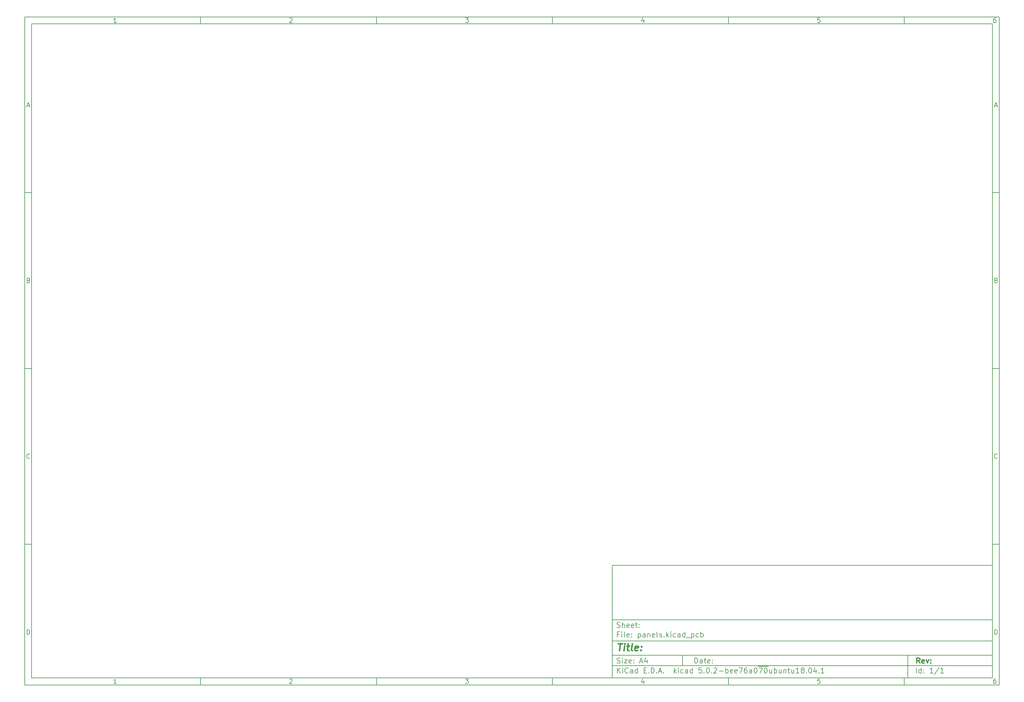
<source format=gbs>
G04 #@! TF.GenerationSoftware,KiCad,Pcbnew,5.0.2-bee76a0~70~ubuntu18.04.1*
G04 #@! TF.CreationDate,2019-02-25T13:42:38+02:00*
G04 #@! TF.ProjectId,panels,70616e65-6c73-42e6-9b69-6361645f7063,rev?*
G04 #@! TF.SameCoordinates,Original*
G04 #@! TF.FileFunction,Soldermask,Bot*
G04 #@! TF.FilePolarity,Negative*
%FSLAX46Y46*%
G04 Gerber Fmt 4.6, Leading zero omitted, Abs format (unit mm)*
G04 Created by KiCad (PCBNEW 5.0.2-bee76a0~70~ubuntu18.04.1) date Mon Feb 25 13:42:38 2019*
%MOMM*%
%LPD*%
G01*
G04 APERTURE LIST*
%ADD10C,0.100000*%
%ADD11C,0.150000*%
%ADD12C,0.300000*%
%ADD13C,0.400000*%
G04 APERTURE END LIST*
D10*
D11*
X177002200Y-166007200D02*
X177002200Y-198007200D01*
X285002200Y-198007200D01*
X285002200Y-166007200D01*
X177002200Y-166007200D01*
D10*
D11*
X10000000Y-10000000D02*
X10000000Y-200007200D01*
X287002200Y-200007200D01*
X287002200Y-10000000D01*
X10000000Y-10000000D01*
D10*
D11*
X12000000Y-12000000D02*
X12000000Y-198007200D01*
X285002200Y-198007200D01*
X285002200Y-12000000D01*
X12000000Y-12000000D01*
D10*
D11*
X60000000Y-12000000D02*
X60000000Y-10000000D01*
D10*
D11*
X110000000Y-12000000D02*
X110000000Y-10000000D01*
D10*
D11*
X160000000Y-12000000D02*
X160000000Y-10000000D01*
D10*
D11*
X210000000Y-12000000D02*
X210000000Y-10000000D01*
D10*
D11*
X260000000Y-12000000D02*
X260000000Y-10000000D01*
D10*
D11*
X36065476Y-11588095D02*
X35322619Y-11588095D01*
X35694047Y-11588095D02*
X35694047Y-10288095D01*
X35570238Y-10473809D01*
X35446428Y-10597619D01*
X35322619Y-10659523D01*
D10*
D11*
X85322619Y-10411904D02*
X85384523Y-10350000D01*
X85508333Y-10288095D01*
X85817857Y-10288095D01*
X85941666Y-10350000D01*
X86003571Y-10411904D01*
X86065476Y-10535714D01*
X86065476Y-10659523D01*
X86003571Y-10845238D01*
X85260714Y-11588095D01*
X86065476Y-11588095D01*
D10*
D11*
X135260714Y-10288095D02*
X136065476Y-10288095D01*
X135632142Y-10783333D01*
X135817857Y-10783333D01*
X135941666Y-10845238D01*
X136003571Y-10907142D01*
X136065476Y-11030952D01*
X136065476Y-11340476D01*
X136003571Y-11464285D01*
X135941666Y-11526190D01*
X135817857Y-11588095D01*
X135446428Y-11588095D01*
X135322619Y-11526190D01*
X135260714Y-11464285D01*
D10*
D11*
X185941666Y-10721428D02*
X185941666Y-11588095D01*
X185632142Y-10226190D02*
X185322619Y-11154761D01*
X186127380Y-11154761D01*
D10*
D11*
X236003571Y-10288095D02*
X235384523Y-10288095D01*
X235322619Y-10907142D01*
X235384523Y-10845238D01*
X235508333Y-10783333D01*
X235817857Y-10783333D01*
X235941666Y-10845238D01*
X236003571Y-10907142D01*
X236065476Y-11030952D01*
X236065476Y-11340476D01*
X236003571Y-11464285D01*
X235941666Y-11526190D01*
X235817857Y-11588095D01*
X235508333Y-11588095D01*
X235384523Y-11526190D01*
X235322619Y-11464285D01*
D10*
D11*
X285941666Y-10288095D02*
X285694047Y-10288095D01*
X285570238Y-10350000D01*
X285508333Y-10411904D01*
X285384523Y-10597619D01*
X285322619Y-10845238D01*
X285322619Y-11340476D01*
X285384523Y-11464285D01*
X285446428Y-11526190D01*
X285570238Y-11588095D01*
X285817857Y-11588095D01*
X285941666Y-11526190D01*
X286003571Y-11464285D01*
X286065476Y-11340476D01*
X286065476Y-11030952D01*
X286003571Y-10907142D01*
X285941666Y-10845238D01*
X285817857Y-10783333D01*
X285570238Y-10783333D01*
X285446428Y-10845238D01*
X285384523Y-10907142D01*
X285322619Y-11030952D01*
D10*
D11*
X60000000Y-198007200D02*
X60000000Y-200007200D01*
D10*
D11*
X110000000Y-198007200D02*
X110000000Y-200007200D01*
D10*
D11*
X160000000Y-198007200D02*
X160000000Y-200007200D01*
D10*
D11*
X210000000Y-198007200D02*
X210000000Y-200007200D01*
D10*
D11*
X260000000Y-198007200D02*
X260000000Y-200007200D01*
D10*
D11*
X36065476Y-199595295D02*
X35322619Y-199595295D01*
X35694047Y-199595295D02*
X35694047Y-198295295D01*
X35570238Y-198481009D01*
X35446428Y-198604819D01*
X35322619Y-198666723D01*
D10*
D11*
X85322619Y-198419104D02*
X85384523Y-198357200D01*
X85508333Y-198295295D01*
X85817857Y-198295295D01*
X85941666Y-198357200D01*
X86003571Y-198419104D01*
X86065476Y-198542914D01*
X86065476Y-198666723D01*
X86003571Y-198852438D01*
X85260714Y-199595295D01*
X86065476Y-199595295D01*
D10*
D11*
X135260714Y-198295295D02*
X136065476Y-198295295D01*
X135632142Y-198790533D01*
X135817857Y-198790533D01*
X135941666Y-198852438D01*
X136003571Y-198914342D01*
X136065476Y-199038152D01*
X136065476Y-199347676D01*
X136003571Y-199471485D01*
X135941666Y-199533390D01*
X135817857Y-199595295D01*
X135446428Y-199595295D01*
X135322619Y-199533390D01*
X135260714Y-199471485D01*
D10*
D11*
X185941666Y-198728628D02*
X185941666Y-199595295D01*
X185632142Y-198233390D02*
X185322619Y-199161961D01*
X186127380Y-199161961D01*
D10*
D11*
X236003571Y-198295295D02*
X235384523Y-198295295D01*
X235322619Y-198914342D01*
X235384523Y-198852438D01*
X235508333Y-198790533D01*
X235817857Y-198790533D01*
X235941666Y-198852438D01*
X236003571Y-198914342D01*
X236065476Y-199038152D01*
X236065476Y-199347676D01*
X236003571Y-199471485D01*
X235941666Y-199533390D01*
X235817857Y-199595295D01*
X235508333Y-199595295D01*
X235384523Y-199533390D01*
X235322619Y-199471485D01*
D10*
D11*
X285941666Y-198295295D02*
X285694047Y-198295295D01*
X285570238Y-198357200D01*
X285508333Y-198419104D01*
X285384523Y-198604819D01*
X285322619Y-198852438D01*
X285322619Y-199347676D01*
X285384523Y-199471485D01*
X285446428Y-199533390D01*
X285570238Y-199595295D01*
X285817857Y-199595295D01*
X285941666Y-199533390D01*
X286003571Y-199471485D01*
X286065476Y-199347676D01*
X286065476Y-199038152D01*
X286003571Y-198914342D01*
X285941666Y-198852438D01*
X285817857Y-198790533D01*
X285570238Y-198790533D01*
X285446428Y-198852438D01*
X285384523Y-198914342D01*
X285322619Y-199038152D01*
D10*
D11*
X10000000Y-60000000D02*
X12000000Y-60000000D01*
D10*
D11*
X10000000Y-110000000D02*
X12000000Y-110000000D01*
D10*
D11*
X10000000Y-160000000D02*
X12000000Y-160000000D01*
D10*
D11*
X10690476Y-35216666D02*
X11309523Y-35216666D01*
X10566666Y-35588095D02*
X11000000Y-34288095D01*
X11433333Y-35588095D01*
D10*
D11*
X11092857Y-84907142D02*
X11278571Y-84969047D01*
X11340476Y-85030952D01*
X11402380Y-85154761D01*
X11402380Y-85340476D01*
X11340476Y-85464285D01*
X11278571Y-85526190D01*
X11154761Y-85588095D01*
X10659523Y-85588095D01*
X10659523Y-84288095D01*
X11092857Y-84288095D01*
X11216666Y-84350000D01*
X11278571Y-84411904D01*
X11340476Y-84535714D01*
X11340476Y-84659523D01*
X11278571Y-84783333D01*
X11216666Y-84845238D01*
X11092857Y-84907142D01*
X10659523Y-84907142D01*
D10*
D11*
X11402380Y-135464285D02*
X11340476Y-135526190D01*
X11154761Y-135588095D01*
X11030952Y-135588095D01*
X10845238Y-135526190D01*
X10721428Y-135402380D01*
X10659523Y-135278571D01*
X10597619Y-135030952D01*
X10597619Y-134845238D01*
X10659523Y-134597619D01*
X10721428Y-134473809D01*
X10845238Y-134350000D01*
X11030952Y-134288095D01*
X11154761Y-134288095D01*
X11340476Y-134350000D01*
X11402380Y-134411904D01*
D10*
D11*
X10659523Y-185588095D02*
X10659523Y-184288095D01*
X10969047Y-184288095D01*
X11154761Y-184350000D01*
X11278571Y-184473809D01*
X11340476Y-184597619D01*
X11402380Y-184845238D01*
X11402380Y-185030952D01*
X11340476Y-185278571D01*
X11278571Y-185402380D01*
X11154761Y-185526190D01*
X10969047Y-185588095D01*
X10659523Y-185588095D01*
D10*
D11*
X287002200Y-60000000D02*
X285002200Y-60000000D01*
D10*
D11*
X287002200Y-110000000D02*
X285002200Y-110000000D01*
D10*
D11*
X287002200Y-160000000D02*
X285002200Y-160000000D01*
D10*
D11*
X285692676Y-35216666D02*
X286311723Y-35216666D01*
X285568866Y-35588095D02*
X286002200Y-34288095D01*
X286435533Y-35588095D01*
D10*
D11*
X286095057Y-84907142D02*
X286280771Y-84969047D01*
X286342676Y-85030952D01*
X286404580Y-85154761D01*
X286404580Y-85340476D01*
X286342676Y-85464285D01*
X286280771Y-85526190D01*
X286156961Y-85588095D01*
X285661723Y-85588095D01*
X285661723Y-84288095D01*
X286095057Y-84288095D01*
X286218866Y-84350000D01*
X286280771Y-84411904D01*
X286342676Y-84535714D01*
X286342676Y-84659523D01*
X286280771Y-84783333D01*
X286218866Y-84845238D01*
X286095057Y-84907142D01*
X285661723Y-84907142D01*
D10*
D11*
X286404580Y-135464285D02*
X286342676Y-135526190D01*
X286156961Y-135588095D01*
X286033152Y-135588095D01*
X285847438Y-135526190D01*
X285723628Y-135402380D01*
X285661723Y-135278571D01*
X285599819Y-135030952D01*
X285599819Y-134845238D01*
X285661723Y-134597619D01*
X285723628Y-134473809D01*
X285847438Y-134350000D01*
X286033152Y-134288095D01*
X286156961Y-134288095D01*
X286342676Y-134350000D01*
X286404580Y-134411904D01*
D10*
D11*
X285661723Y-185588095D02*
X285661723Y-184288095D01*
X285971247Y-184288095D01*
X286156961Y-184350000D01*
X286280771Y-184473809D01*
X286342676Y-184597619D01*
X286404580Y-184845238D01*
X286404580Y-185030952D01*
X286342676Y-185278571D01*
X286280771Y-185402380D01*
X286156961Y-185526190D01*
X285971247Y-185588095D01*
X285661723Y-185588095D01*
D10*
D11*
X200434342Y-193785771D02*
X200434342Y-192285771D01*
X200791485Y-192285771D01*
X201005771Y-192357200D01*
X201148628Y-192500057D01*
X201220057Y-192642914D01*
X201291485Y-192928628D01*
X201291485Y-193142914D01*
X201220057Y-193428628D01*
X201148628Y-193571485D01*
X201005771Y-193714342D01*
X200791485Y-193785771D01*
X200434342Y-193785771D01*
X202577200Y-193785771D02*
X202577200Y-193000057D01*
X202505771Y-192857200D01*
X202362914Y-192785771D01*
X202077200Y-192785771D01*
X201934342Y-192857200D01*
X202577200Y-193714342D02*
X202434342Y-193785771D01*
X202077200Y-193785771D01*
X201934342Y-193714342D01*
X201862914Y-193571485D01*
X201862914Y-193428628D01*
X201934342Y-193285771D01*
X202077200Y-193214342D01*
X202434342Y-193214342D01*
X202577200Y-193142914D01*
X203077200Y-192785771D02*
X203648628Y-192785771D01*
X203291485Y-192285771D02*
X203291485Y-193571485D01*
X203362914Y-193714342D01*
X203505771Y-193785771D01*
X203648628Y-193785771D01*
X204720057Y-193714342D02*
X204577200Y-193785771D01*
X204291485Y-193785771D01*
X204148628Y-193714342D01*
X204077200Y-193571485D01*
X204077200Y-193000057D01*
X204148628Y-192857200D01*
X204291485Y-192785771D01*
X204577200Y-192785771D01*
X204720057Y-192857200D01*
X204791485Y-193000057D01*
X204791485Y-193142914D01*
X204077200Y-193285771D01*
X205434342Y-193642914D02*
X205505771Y-193714342D01*
X205434342Y-193785771D01*
X205362914Y-193714342D01*
X205434342Y-193642914D01*
X205434342Y-193785771D01*
X205434342Y-192857200D02*
X205505771Y-192928628D01*
X205434342Y-193000057D01*
X205362914Y-192928628D01*
X205434342Y-192857200D01*
X205434342Y-193000057D01*
D10*
D11*
X177002200Y-194507200D02*
X285002200Y-194507200D01*
D10*
D11*
X178434342Y-196585771D02*
X178434342Y-195085771D01*
X179291485Y-196585771D02*
X178648628Y-195728628D01*
X179291485Y-195085771D02*
X178434342Y-195942914D01*
X179934342Y-196585771D02*
X179934342Y-195585771D01*
X179934342Y-195085771D02*
X179862914Y-195157200D01*
X179934342Y-195228628D01*
X180005771Y-195157200D01*
X179934342Y-195085771D01*
X179934342Y-195228628D01*
X181505771Y-196442914D02*
X181434342Y-196514342D01*
X181220057Y-196585771D01*
X181077200Y-196585771D01*
X180862914Y-196514342D01*
X180720057Y-196371485D01*
X180648628Y-196228628D01*
X180577200Y-195942914D01*
X180577200Y-195728628D01*
X180648628Y-195442914D01*
X180720057Y-195300057D01*
X180862914Y-195157200D01*
X181077200Y-195085771D01*
X181220057Y-195085771D01*
X181434342Y-195157200D01*
X181505771Y-195228628D01*
X182791485Y-196585771D02*
X182791485Y-195800057D01*
X182720057Y-195657200D01*
X182577200Y-195585771D01*
X182291485Y-195585771D01*
X182148628Y-195657200D01*
X182791485Y-196514342D02*
X182648628Y-196585771D01*
X182291485Y-196585771D01*
X182148628Y-196514342D01*
X182077200Y-196371485D01*
X182077200Y-196228628D01*
X182148628Y-196085771D01*
X182291485Y-196014342D01*
X182648628Y-196014342D01*
X182791485Y-195942914D01*
X184148628Y-196585771D02*
X184148628Y-195085771D01*
X184148628Y-196514342D02*
X184005771Y-196585771D01*
X183720057Y-196585771D01*
X183577200Y-196514342D01*
X183505771Y-196442914D01*
X183434342Y-196300057D01*
X183434342Y-195871485D01*
X183505771Y-195728628D01*
X183577200Y-195657200D01*
X183720057Y-195585771D01*
X184005771Y-195585771D01*
X184148628Y-195657200D01*
X186005771Y-195800057D02*
X186505771Y-195800057D01*
X186720057Y-196585771D02*
X186005771Y-196585771D01*
X186005771Y-195085771D01*
X186720057Y-195085771D01*
X187362914Y-196442914D02*
X187434342Y-196514342D01*
X187362914Y-196585771D01*
X187291485Y-196514342D01*
X187362914Y-196442914D01*
X187362914Y-196585771D01*
X188077200Y-196585771D02*
X188077200Y-195085771D01*
X188434342Y-195085771D01*
X188648628Y-195157200D01*
X188791485Y-195300057D01*
X188862914Y-195442914D01*
X188934342Y-195728628D01*
X188934342Y-195942914D01*
X188862914Y-196228628D01*
X188791485Y-196371485D01*
X188648628Y-196514342D01*
X188434342Y-196585771D01*
X188077200Y-196585771D01*
X189577200Y-196442914D02*
X189648628Y-196514342D01*
X189577200Y-196585771D01*
X189505771Y-196514342D01*
X189577200Y-196442914D01*
X189577200Y-196585771D01*
X190220057Y-196157200D02*
X190934342Y-196157200D01*
X190077200Y-196585771D02*
X190577200Y-195085771D01*
X191077200Y-196585771D01*
X191577200Y-196442914D02*
X191648628Y-196514342D01*
X191577200Y-196585771D01*
X191505771Y-196514342D01*
X191577200Y-196442914D01*
X191577200Y-196585771D01*
X194577200Y-196585771D02*
X194577200Y-195085771D01*
X194720057Y-196014342D02*
X195148628Y-196585771D01*
X195148628Y-195585771D02*
X194577200Y-196157200D01*
X195791485Y-196585771D02*
X195791485Y-195585771D01*
X195791485Y-195085771D02*
X195720057Y-195157200D01*
X195791485Y-195228628D01*
X195862914Y-195157200D01*
X195791485Y-195085771D01*
X195791485Y-195228628D01*
X197148628Y-196514342D02*
X197005771Y-196585771D01*
X196720057Y-196585771D01*
X196577200Y-196514342D01*
X196505771Y-196442914D01*
X196434342Y-196300057D01*
X196434342Y-195871485D01*
X196505771Y-195728628D01*
X196577200Y-195657200D01*
X196720057Y-195585771D01*
X197005771Y-195585771D01*
X197148628Y-195657200D01*
X198434342Y-196585771D02*
X198434342Y-195800057D01*
X198362914Y-195657200D01*
X198220057Y-195585771D01*
X197934342Y-195585771D01*
X197791485Y-195657200D01*
X198434342Y-196514342D02*
X198291485Y-196585771D01*
X197934342Y-196585771D01*
X197791485Y-196514342D01*
X197720057Y-196371485D01*
X197720057Y-196228628D01*
X197791485Y-196085771D01*
X197934342Y-196014342D01*
X198291485Y-196014342D01*
X198434342Y-195942914D01*
X199791485Y-196585771D02*
X199791485Y-195085771D01*
X199791485Y-196514342D02*
X199648628Y-196585771D01*
X199362914Y-196585771D01*
X199220057Y-196514342D01*
X199148628Y-196442914D01*
X199077200Y-196300057D01*
X199077200Y-195871485D01*
X199148628Y-195728628D01*
X199220057Y-195657200D01*
X199362914Y-195585771D01*
X199648628Y-195585771D01*
X199791485Y-195657200D01*
X202362914Y-195085771D02*
X201648628Y-195085771D01*
X201577200Y-195800057D01*
X201648628Y-195728628D01*
X201791485Y-195657200D01*
X202148628Y-195657200D01*
X202291485Y-195728628D01*
X202362914Y-195800057D01*
X202434342Y-195942914D01*
X202434342Y-196300057D01*
X202362914Y-196442914D01*
X202291485Y-196514342D01*
X202148628Y-196585771D01*
X201791485Y-196585771D01*
X201648628Y-196514342D01*
X201577200Y-196442914D01*
X203077200Y-196442914D02*
X203148628Y-196514342D01*
X203077200Y-196585771D01*
X203005771Y-196514342D01*
X203077200Y-196442914D01*
X203077200Y-196585771D01*
X204077200Y-195085771D02*
X204220057Y-195085771D01*
X204362914Y-195157200D01*
X204434342Y-195228628D01*
X204505771Y-195371485D01*
X204577200Y-195657200D01*
X204577200Y-196014342D01*
X204505771Y-196300057D01*
X204434342Y-196442914D01*
X204362914Y-196514342D01*
X204220057Y-196585771D01*
X204077200Y-196585771D01*
X203934342Y-196514342D01*
X203862914Y-196442914D01*
X203791485Y-196300057D01*
X203720057Y-196014342D01*
X203720057Y-195657200D01*
X203791485Y-195371485D01*
X203862914Y-195228628D01*
X203934342Y-195157200D01*
X204077200Y-195085771D01*
X205220057Y-196442914D02*
X205291485Y-196514342D01*
X205220057Y-196585771D01*
X205148628Y-196514342D01*
X205220057Y-196442914D01*
X205220057Y-196585771D01*
X205862914Y-195228628D02*
X205934342Y-195157200D01*
X206077200Y-195085771D01*
X206434342Y-195085771D01*
X206577200Y-195157200D01*
X206648628Y-195228628D01*
X206720057Y-195371485D01*
X206720057Y-195514342D01*
X206648628Y-195728628D01*
X205791485Y-196585771D01*
X206720057Y-196585771D01*
X207362914Y-196014342D02*
X208505771Y-196014342D01*
X209220057Y-196585771D02*
X209220057Y-195085771D01*
X209220057Y-195657200D02*
X209362914Y-195585771D01*
X209648628Y-195585771D01*
X209791485Y-195657200D01*
X209862914Y-195728628D01*
X209934342Y-195871485D01*
X209934342Y-196300057D01*
X209862914Y-196442914D01*
X209791485Y-196514342D01*
X209648628Y-196585771D01*
X209362914Y-196585771D01*
X209220057Y-196514342D01*
X211148628Y-196514342D02*
X211005771Y-196585771D01*
X210720057Y-196585771D01*
X210577200Y-196514342D01*
X210505771Y-196371485D01*
X210505771Y-195800057D01*
X210577200Y-195657200D01*
X210720057Y-195585771D01*
X211005771Y-195585771D01*
X211148628Y-195657200D01*
X211220057Y-195800057D01*
X211220057Y-195942914D01*
X210505771Y-196085771D01*
X212434342Y-196514342D02*
X212291485Y-196585771D01*
X212005771Y-196585771D01*
X211862914Y-196514342D01*
X211791485Y-196371485D01*
X211791485Y-195800057D01*
X211862914Y-195657200D01*
X212005771Y-195585771D01*
X212291485Y-195585771D01*
X212434342Y-195657200D01*
X212505771Y-195800057D01*
X212505771Y-195942914D01*
X211791485Y-196085771D01*
X213005771Y-195085771D02*
X214005771Y-195085771D01*
X213362914Y-196585771D01*
X215220057Y-195085771D02*
X214934342Y-195085771D01*
X214791485Y-195157200D01*
X214720057Y-195228628D01*
X214577200Y-195442914D01*
X214505771Y-195728628D01*
X214505771Y-196300057D01*
X214577200Y-196442914D01*
X214648628Y-196514342D01*
X214791485Y-196585771D01*
X215077200Y-196585771D01*
X215220057Y-196514342D01*
X215291485Y-196442914D01*
X215362914Y-196300057D01*
X215362914Y-195942914D01*
X215291485Y-195800057D01*
X215220057Y-195728628D01*
X215077200Y-195657200D01*
X214791485Y-195657200D01*
X214648628Y-195728628D01*
X214577200Y-195800057D01*
X214505771Y-195942914D01*
X216648628Y-196585771D02*
X216648628Y-195800057D01*
X216577200Y-195657200D01*
X216434342Y-195585771D01*
X216148628Y-195585771D01*
X216005771Y-195657200D01*
X216648628Y-196514342D02*
X216505771Y-196585771D01*
X216148628Y-196585771D01*
X216005771Y-196514342D01*
X215934342Y-196371485D01*
X215934342Y-196228628D01*
X216005771Y-196085771D01*
X216148628Y-196014342D01*
X216505771Y-196014342D01*
X216648628Y-195942914D01*
X217648628Y-195085771D02*
X217791485Y-195085771D01*
X217934342Y-195157200D01*
X218005771Y-195228628D01*
X218077200Y-195371485D01*
X218148628Y-195657200D01*
X218148628Y-196014342D01*
X218077200Y-196300057D01*
X218005771Y-196442914D01*
X217934342Y-196514342D01*
X217791485Y-196585771D01*
X217648628Y-196585771D01*
X217505771Y-196514342D01*
X217434342Y-196442914D01*
X217362914Y-196300057D01*
X217291485Y-196014342D01*
X217291485Y-195657200D01*
X217362914Y-195371485D01*
X217434342Y-195228628D01*
X217505771Y-195157200D01*
X217648628Y-195085771D01*
X218434342Y-194677200D02*
X219862914Y-194677200D01*
X218648628Y-195085771D02*
X219648628Y-195085771D01*
X219005771Y-196585771D01*
X219862914Y-194677200D02*
X221291485Y-194677200D01*
X220505771Y-195085771D02*
X220648628Y-195085771D01*
X220791485Y-195157200D01*
X220862914Y-195228628D01*
X220934342Y-195371485D01*
X221005771Y-195657200D01*
X221005771Y-196014342D01*
X220934342Y-196300057D01*
X220862914Y-196442914D01*
X220791485Y-196514342D01*
X220648628Y-196585771D01*
X220505771Y-196585771D01*
X220362914Y-196514342D01*
X220291485Y-196442914D01*
X220220057Y-196300057D01*
X220148628Y-196014342D01*
X220148628Y-195657200D01*
X220220057Y-195371485D01*
X220291485Y-195228628D01*
X220362914Y-195157200D01*
X220505771Y-195085771D01*
X222291485Y-195585771D02*
X222291485Y-196585771D01*
X221648628Y-195585771D02*
X221648628Y-196371485D01*
X221720057Y-196514342D01*
X221862914Y-196585771D01*
X222077200Y-196585771D01*
X222220057Y-196514342D01*
X222291485Y-196442914D01*
X223005771Y-196585771D02*
X223005771Y-195085771D01*
X223005771Y-195657200D02*
X223148628Y-195585771D01*
X223434342Y-195585771D01*
X223577200Y-195657200D01*
X223648628Y-195728628D01*
X223720057Y-195871485D01*
X223720057Y-196300057D01*
X223648628Y-196442914D01*
X223577200Y-196514342D01*
X223434342Y-196585771D01*
X223148628Y-196585771D01*
X223005771Y-196514342D01*
X225005771Y-195585771D02*
X225005771Y-196585771D01*
X224362914Y-195585771D02*
X224362914Y-196371485D01*
X224434342Y-196514342D01*
X224577200Y-196585771D01*
X224791485Y-196585771D01*
X224934342Y-196514342D01*
X225005771Y-196442914D01*
X225720057Y-195585771D02*
X225720057Y-196585771D01*
X225720057Y-195728628D02*
X225791485Y-195657200D01*
X225934342Y-195585771D01*
X226148628Y-195585771D01*
X226291485Y-195657200D01*
X226362914Y-195800057D01*
X226362914Y-196585771D01*
X226862914Y-195585771D02*
X227434342Y-195585771D01*
X227077200Y-195085771D02*
X227077200Y-196371485D01*
X227148628Y-196514342D01*
X227291485Y-196585771D01*
X227434342Y-196585771D01*
X228577200Y-195585771D02*
X228577200Y-196585771D01*
X227934342Y-195585771D02*
X227934342Y-196371485D01*
X228005771Y-196514342D01*
X228148628Y-196585771D01*
X228362914Y-196585771D01*
X228505771Y-196514342D01*
X228577200Y-196442914D01*
X230077200Y-196585771D02*
X229220057Y-196585771D01*
X229648628Y-196585771D02*
X229648628Y-195085771D01*
X229505771Y-195300057D01*
X229362914Y-195442914D01*
X229220057Y-195514342D01*
X230934342Y-195728628D02*
X230791485Y-195657200D01*
X230720057Y-195585771D01*
X230648628Y-195442914D01*
X230648628Y-195371485D01*
X230720057Y-195228628D01*
X230791485Y-195157200D01*
X230934342Y-195085771D01*
X231220057Y-195085771D01*
X231362914Y-195157200D01*
X231434342Y-195228628D01*
X231505771Y-195371485D01*
X231505771Y-195442914D01*
X231434342Y-195585771D01*
X231362914Y-195657200D01*
X231220057Y-195728628D01*
X230934342Y-195728628D01*
X230791485Y-195800057D01*
X230720057Y-195871485D01*
X230648628Y-196014342D01*
X230648628Y-196300057D01*
X230720057Y-196442914D01*
X230791485Y-196514342D01*
X230934342Y-196585771D01*
X231220057Y-196585771D01*
X231362914Y-196514342D01*
X231434342Y-196442914D01*
X231505771Y-196300057D01*
X231505771Y-196014342D01*
X231434342Y-195871485D01*
X231362914Y-195800057D01*
X231220057Y-195728628D01*
X232148628Y-196442914D02*
X232220057Y-196514342D01*
X232148628Y-196585771D01*
X232077200Y-196514342D01*
X232148628Y-196442914D01*
X232148628Y-196585771D01*
X233148628Y-195085771D02*
X233291485Y-195085771D01*
X233434342Y-195157200D01*
X233505771Y-195228628D01*
X233577200Y-195371485D01*
X233648628Y-195657200D01*
X233648628Y-196014342D01*
X233577200Y-196300057D01*
X233505771Y-196442914D01*
X233434342Y-196514342D01*
X233291485Y-196585771D01*
X233148628Y-196585771D01*
X233005771Y-196514342D01*
X232934342Y-196442914D01*
X232862914Y-196300057D01*
X232791485Y-196014342D01*
X232791485Y-195657200D01*
X232862914Y-195371485D01*
X232934342Y-195228628D01*
X233005771Y-195157200D01*
X233148628Y-195085771D01*
X234934342Y-195585771D02*
X234934342Y-196585771D01*
X234577200Y-195014342D02*
X234220057Y-196085771D01*
X235148628Y-196085771D01*
X235720057Y-196442914D02*
X235791485Y-196514342D01*
X235720057Y-196585771D01*
X235648628Y-196514342D01*
X235720057Y-196442914D01*
X235720057Y-196585771D01*
X237220057Y-196585771D02*
X236362914Y-196585771D01*
X236791485Y-196585771D02*
X236791485Y-195085771D01*
X236648628Y-195300057D01*
X236505771Y-195442914D01*
X236362914Y-195514342D01*
D10*
D11*
X177002200Y-191507200D02*
X285002200Y-191507200D01*
D10*
D12*
X264411485Y-193785771D02*
X263911485Y-193071485D01*
X263554342Y-193785771D02*
X263554342Y-192285771D01*
X264125771Y-192285771D01*
X264268628Y-192357200D01*
X264340057Y-192428628D01*
X264411485Y-192571485D01*
X264411485Y-192785771D01*
X264340057Y-192928628D01*
X264268628Y-193000057D01*
X264125771Y-193071485D01*
X263554342Y-193071485D01*
X265625771Y-193714342D02*
X265482914Y-193785771D01*
X265197200Y-193785771D01*
X265054342Y-193714342D01*
X264982914Y-193571485D01*
X264982914Y-193000057D01*
X265054342Y-192857200D01*
X265197200Y-192785771D01*
X265482914Y-192785771D01*
X265625771Y-192857200D01*
X265697200Y-193000057D01*
X265697200Y-193142914D01*
X264982914Y-193285771D01*
X266197200Y-192785771D02*
X266554342Y-193785771D01*
X266911485Y-192785771D01*
X267482914Y-193642914D02*
X267554342Y-193714342D01*
X267482914Y-193785771D01*
X267411485Y-193714342D01*
X267482914Y-193642914D01*
X267482914Y-193785771D01*
X267482914Y-192857200D02*
X267554342Y-192928628D01*
X267482914Y-193000057D01*
X267411485Y-192928628D01*
X267482914Y-192857200D01*
X267482914Y-193000057D01*
D10*
D11*
X178362914Y-193714342D02*
X178577200Y-193785771D01*
X178934342Y-193785771D01*
X179077200Y-193714342D01*
X179148628Y-193642914D01*
X179220057Y-193500057D01*
X179220057Y-193357200D01*
X179148628Y-193214342D01*
X179077200Y-193142914D01*
X178934342Y-193071485D01*
X178648628Y-193000057D01*
X178505771Y-192928628D01*
X178434342Y-192857200D01*
X178362914Y-192714342D01*
X178362914Y-192571485D01*
X178434342Y-192428628D01*
X178505771Y-192357200D01*
X178648628Y-192285771D01*
X179005771Y-192285771D01*
X179220057Y-192357200D01*
X179862914Y-193785771D02*
X179862914Y-192785771D01*
X179862914Y-192285771D02*
X179791485Y-192357200D01*
X179862914Y-192428628D01*
X179934342Y-192357200D01*
X179862914Y-192285771D01*
X179862914Y-192428628D01*
X180434342Y-192785771D02*
X181220057Y-192785771D01*
X180434342Y-193785771D01*
X181220057Y-193785771D01*
X182362914Y-193714342D02*
X182220057Y-193785771D01*
X181934342Y-193785771D01*
X181791485Y-193714342D01*
X181720057Y-193571485D01*
X181720057Y-193000057D01*
X181791485Y-192857200D01*
X181934342Y-192785771D01*
X182220057Y-192785771D01*
X182362914Y-192857200D01*
X182434342Y-193000057D01*
X182434342Y-193142914D01*
X181720057Y-193285771D01*
X183077200Y-193642914D02*
X183148628Y-193714342D01*
X183077200Y-193785771D01*
X183005771Y-193714342D01*
X183077200Y-193642914D01*
X183077200Y-193785771D01*
X183077200Y-192857200D02*
X183148628Y-192928628D01*
X183077200Y-193000057D01*
X183005771Y-192928628D01*
X183077200Y-192857200D01*
X183077200Y-193000057D01*
X184862914Y-193357200D02*
X185577200Y-193357200D01*
X184720057Y-193785771D02*
X185220057Y-192285771D01*
X185720057Y-193785771D01*
X186862914Y-192785771D02*
X186862914Y-193785771D01*
X186505771Y-192214342D02*
X186148628Y-193285771D01*
X187077200Y-193285771D01*
D10*
D11*
X263434342Y-196585771D02*
X263434342Y-195085771D01*
X264791485Y-196585771D02*
X264791485Y-195085771D01*
X264791485Y-196514342D02*
X264648628Y-196585771D01*
X264362914Y-196585771D01*
X264220057Y-196514342D01*
X264148628Y-196442914D01*
X264077200Y-196300057D01*
X264077200Y-195871485D01*
X264148628Y-195728628D01*
X264220057Y-195657200D01*
X264362914Y-195585771D01*
X264648628Y-195585771D01*
X264791485Y-195657200D01*
X265505771Y-196442914D02*
X265577200Y-196514342D01*
X265505771Y-196585771D01*
X265434342Y-196514342D01*
X265505771Y-196442914D01*
X265505771Y-196585771D01*
X265505771Y-195657200D02*
X265577200Y-195728628D01*
X265505771Y-195800057D01*
X265434342Y-195728628D01*
X265505771Y-195657200D01*
X265505771Y-195800057D01*
X268148628Y-196585771D02*
X267291485Y-196585771D01*
X267720057Y-196585771D02*
X267720057Y-195085771D01*
X267577200Y-195300057D01*
X267434342Y-195442914D01*
X267291485Y-195514342D01*
X269862914Y-195014342D02*
X268577200Y-196942914D01*
X271148628Y-196585771D02*
X270291485Y-196585771D01*
X270720057Y-196585771D02*
X270720057Y-195085771D01*
X270577200Y-195300057D01*
X270434342Y-195442914D01*
X270291485Y-195514342D01*
D10*
D11*
X177002200Y-187507200D02*
X285002200Y-187507200D01*
D10*
D13*
X178714580Y-188211961D02*
X179857438Y-188211961D01*
X179036009Y-190211961D02*
X179286009Y-188211961D01*
X180274104Y-190211961D02*
X180440771Y-188878628D01*
X180524104Y-188211961D02*
X180416961Y-188307200D01*
X180500295Y-188402438D01*
X180607438Y-188307200D01*
X180524104Y-188211961D01*
X180500295Y-188402438D01*
X181107438Y-188878628D02*
X181869342Y-188878628D01*
X181476485Y-188211961D02*
X181262200Y-189926247D01*
X181333628Y-190116723D01*
X181512200Y-190211961D01*
X181702676Y-190211961D01*
X182655057Y-190211961D02*
X182476485Y-190116723D01*
X182405057Y-189926247D01*
X182619342Y-188211961D01*
X184190771Y-190116723D02*
X183988390Y-190211961D01*
X183607438Y-190211961D01*
X183428866Y-190116723D01*
X183357438Y-189926247D01*
X183452676Y-189164342D01*
X183571723Y-188973866D01*
X183774104Y-188878628D01*
X184155057Y-188878628D01*
X184333628Y-188973866D01*
X184405057Y-189164342D01*
X184381247Y-189354819D01*
X183405057Y-189545295D01*
X185155057Y-190021485D02*
X185238390Y-190116723D01*
X185131247Y-190211961D01*
X185047914Y-190116723D01*
X185155057Y-190021485D01*
X185131247Y-190211961D01*
X185286009Y-188973866D02*
X185369342Y-189069104D01*
X185262200Y-189164342D01*
X185178866Y-189069104D01*
X185286009Y-188973866D01*
X185262200Y-189164342D01*
D10*
D11*
X178934342Y-185600057D02*
X178434342Y-185600057D01*
X178434342Y-186385771D02*
X178434342Y-184885771D01*
X179148628Y-184885771D01*
X179720057Y-186385771D02*
X179720057Y-185385771D01*
X179720057Y-184885771D02*
X179648628Y-184957200D01*
X179720057Y-185028628D01*
X179791485Y-184957200D01*
X179720057Y-184885771D01*
X179720057Y-185028628D01*
X180648628Y-186385771D02*
X180505771Y-186314342D01*
X180434342Y-186171485D01*
X180434342Y-184885771D01*
X181791485Y-186314342D02*
X181648628Y-186385771D01*
X181362914Y-186385771D01*
X181220057Y-186314342D01*
X181148628Y-186171485D01*
X181148628Y-185600057D01*
X181220057Y-185457200D01*
X181362914Y-185385771D01*
X181648628Y-185385771D01*
X181791485Y-185457200D01*
X181862914Y-185600057D01*
X181862914Y-185742914D01*
X181148628Y-185885771D01*
X182505771Y-186242914D02*
X182577200Y-186314342D01*
X182505771Y-186385771D01*
X182434342Y-186314342D01*
X182505771Y-186242914D01*
X182505771Y-186385771D01*
X182505771Y-185457200D02*
X182577200Y-185528628D01*
X182505771Y-185600057D01*
X182434342Y-185528628D01*
X182505771Y-185457200D01*
X182505771Y-185600057D01*
X184362914Y-185385771D02*
X184362914Y-186885771D01*
X184362914Y-185457200D02*
X184505771Y-185385771D01*
X184791485Y-185385771D01*
X184934342Y-185457200D01*
X185005771Y-185528628D01*
X185077200Y-185671485D01*
X185077200Y-186100057D01*
X185005771Y-186242914D01*
X184934342Y-186314342D01*
X184791485Y-186385771D01*
X184505771Y-186385771D01*
X184362914Y-186314342D01*
X186362914Y-186385771D02*
X186362914Y-185600057D01*
X186291485Y-185457200D01*
X186148628Y-185385771D01*
X185862914Y-185385771D01*
X185720057Y-185457200D01*
X186362914Y-186314342D02*
X186220057Y-186385771D01*
X185862914Y-186385771D01*
X185720057Y-186314342D01*
X185648628Y-186171485D01*
X185648628Y-186028628D01*
X185720057Y-185885771D01*
X185862914Y-185814342D01*
X186220057Y-185814342D01*
X186362914Y-185742914D01*
X187077200Y-185385771D02*
X187077200Y-186385771D01*
X187077200Y-185528628D02*
X187148628Y-185457200D01*
X187291485Y-185385771D01*
X187505771Y-185385771D01*
X187648628Y-185457200D01*
X187720057Y-185600057D01*
X187720057Y-186385771D01*
X189005771Y-186314342D02*
X188862914Y-186385771D01*
X188577200Y-186385771D01*
X188434342Y-186314342D01*
X188362914Y-186171485D01*
X188362914Y-185600057D01*
X188434342Y-185457200D01*
X188577200Y-185385771D01*
X188862914Y-185385771D01*
X189005771Y-185457200D01*
X189077200Y-185600057D01*
X189077200Y-185742914D01*
X188362914Y-185885771D01*
X189934342Y-186385771D02*
X189791485Y-186314342D01*
X189720057Y-186171485D01*
X189720057Y-184885771D01*
X190434342Y-186314342D02*
X190577200Y-186385771D01*
X190862914Y-186385771D01*
X191005771Y-186314342D01*
X191077200Y-186171485D01*
X191077200Y-186100057D01*
X191005771Y-185957200D01*
X190862914Y-185885771D01*
X190648628Y-185885771D01*
X190505771Y-185814342D01*
X190434342Y-185671485D01*
X190434342Y-185600057D01*
X190505771Y-185457200D01*
X190648628Y-185385771D01*
X190862914Y-185385771D01*
X191005771Y-185457200D01*
X191720057Y-186242914D02*
X191791485Y-186314342D01*
X191720057Y-186385771D01*
X191648628Y-186314342D01*
X191720057Y-186242914D01*
X191720057Y-186385771D01*
X192434342Y-186385771D02*
X192434342Y-184885771D01*
X192577200Y-185814342D02*
X193005771Y-186385771D01*
X193005771Y-185385771D02*
X192434342Y-185957200D01*
X193648628Y-186385771D02*
X193648628Y-185385771D01*
X193648628Y-184885771D02*
X193577200Y-184957200D01*
X193648628Y-185028628D01*
X193720057Y-184957200D01*
X193648628Y-184885771D01*
X193648628Y-185028628D01*
X195005771Y-186314342D02*
X194862914Y-186385771D01*
X194577200Y-186385771D01*
X194434342Y-186314342D01*
X194362914Y-186242914D01*
X194291485Y-186100057D01*
X194291485Y-185671485D01*
X194362914Y-185528628D01*
X194434342Y-185457200D01*
X194577200Y-185385771D01*
X194862914Y-185385771D01*
X195005771Y-185457200D01*
X196291485Y-186385771D02*
X196291485Y-185600057D01*
X196220057Y-185457200D01*
X196077200Y-185385771D01*
X195791485Y-185385771D01*
X195648628Y-185457200D01*
X196291485Y-186314342D02*
X196148628Y-186385771D01*
X195791485Y-186385771D01*
X195648628Y-186314342D01*
X195577200Y-186171485D01*
X195577200Y-186028628D01*
X195648628Y-185885771D01*
X195791485Y-185814342D01*
X196148628Y-185814342D01*
X196291485Y-185742914D01*
X197648628Y-186385771D02*
X197648628Y-184885771D01*
X197648628Y-186314342D02*
X197505771Y-186385771D01*
X197220057Y-186385771D01*
X197077200Y-186314342D01*
X197005771Y-186242914D01*
X196934342Y-186100057D01*
X196934342Y-185671485D01*
X197005771Y-185528628D01*
X197077200Y-185457200D01*
X197220057Y-185385771D01*
X197505771Y-185385771D01*
X197648628Y-185457200D01*
X198005771Y-186528628D02*
X199148628Y-186528628D01*
X199505771Y-185385771D02*
X199505771Y-186885771D01*
X199505771Y-185457200D02*
X199648628Y-185385771D01*
X199934342Y-185385771D01*
X200077200Y-185457200D01*
X200148628Y-185528628D01*
X200220057Y-185671485D01*
X200220057Y-186100057D01*
X200148628Y-186242914D01*
X200077200Y-186314342D01*
X199934342Y-186385771D01*
X199648628Y-186385771D01*
X199505771Y-186314342D01*
X201505771Y-186314342D02*
X201362914Y-186385771D01*
X201077200Y-186385771D01*
X200934342Y-186314342D01*
X200862914Y-186242914D01*
X200791485Y-186100057D01*
X200791485Y-185671485D01*
X200862914Y-185528628D01*
X200934342Y-185457200D01*
X201077200Y-185385771D01*
X201362914Y-185385771D01*
X201505771Y-185457200D01*
X202148628Y-186385771D02*
X202148628Y-184885771D01*
X202148628Y-185457200D02*
X202291485Y-185385771D01*
X202577200Y-185385771D01*
X202720057Y-185457200D01*
X202791485Y-185528628D01*
X202862914Y-185671485D01*
X202862914Y-186100057D01*
X202791485Y-186242914D01*
X202720057Y-186314342D01*
X202577200Y-186385771D01*
X202291485Y-186385771D01*
X202148628Y-186314342D01*
D10*
D11*
X177002200Y-181507200D02*
X285002200Y-181507200D01*
D10*
D11*
X178362914Y-183614342D02*
X178577200Y-183685771D01*
X178934342Y-183685771D01*
X179077200Y-183614342D01*
X179148628Y-183542914D01*
X179220057Y-183400057D01*
X179220057Y-183257200D01*
X179148628Y-183114342D01*
X179077200Y-183042914D01*
X178934342Y-182971485D01*
X178648628Y-182900057D01*
X178505771Y-182828628D01*
X178434342Y-182757200D01*
X178362914Y-182614342D01*
X178362914Y-182471485D01*
X178434342Y-182328628D01*
X178505771Y-182257200D01*
X178648628Y-182185771D01*
X179005771Y-182185771D01*
X179220057Y-182257200D01*
X179862914Y-183685771D02*
X179862914Y-182185771D01*
X180505771Y-183685771D02*
X180505771Y-182900057D01*
X180434342Y-182757200D01*
X180291485Y-182685771D01*
X180077200Y-182685771D01*
X179934342Y-182757200D01*
X179862914Y-182828628D01*
X181791485Y-183614342D02*
X181648628Y-183685771D01*
X181362914Y-183685771D01*
X181220057Y-183614342D01*
X181148628Y-183471485D01*
X181148628Y-182900057D01*
X181220057Y-182757200D01*
X181362914Y-182685771D01*
X181648628Y-182685771D01*
X181791485Y-182757200D01*
X181862914Y-182900057D01*
X181862914Y-183042914D01*
X181148628Y-183185771D01*
X183077200Y-183614342D02*
X182934342Y-183685771D01*
X182648628Y-183685771D01*
X182505771Y-183614342D01*
X182434342Y-183471485D01*
X182434342Y-182900057D01*
X182505771Y-182757200D01*
X182648628Y-182685771D01*
X182934342Y-182685771D01*
X183077200Y-182757200D01*
X183148628Y-182900057D01*
X183148628Y-183042914D01*
X182434342Y-183185771D01*
X183577200Y-182685771D02*
X184148628Y-182685771D01*
X183791485Y-182185771D02*
X183791485Y-183471485D01*
X183862914Y-183614342D01*
X184005771Y-183685771D01*
X184148628Y-183685771D01*
X184648628Y-183542914D02*
X184720057Y-183614342D01*
X184648628Y-183685771D01*
X184577200Y-183614342D01*
X184648628Y-183542914D01*
X184648628Y-183685771D01*
X184648628Y-182757200D02*
X184720057Y-182828628D01*
X184648628Y-182900057D01*
X184577200Y-182828628D01*
X184648628Y-182757200D01*
X184648628Y-182900057D01*
D10*
D11*
X197002200Y-191507200D02*
X197002200Y-194507200D01*
D10*
D11*
X261002200Y-191507200D02*
X261002200Y-198007200D01*
M02*

</source>
